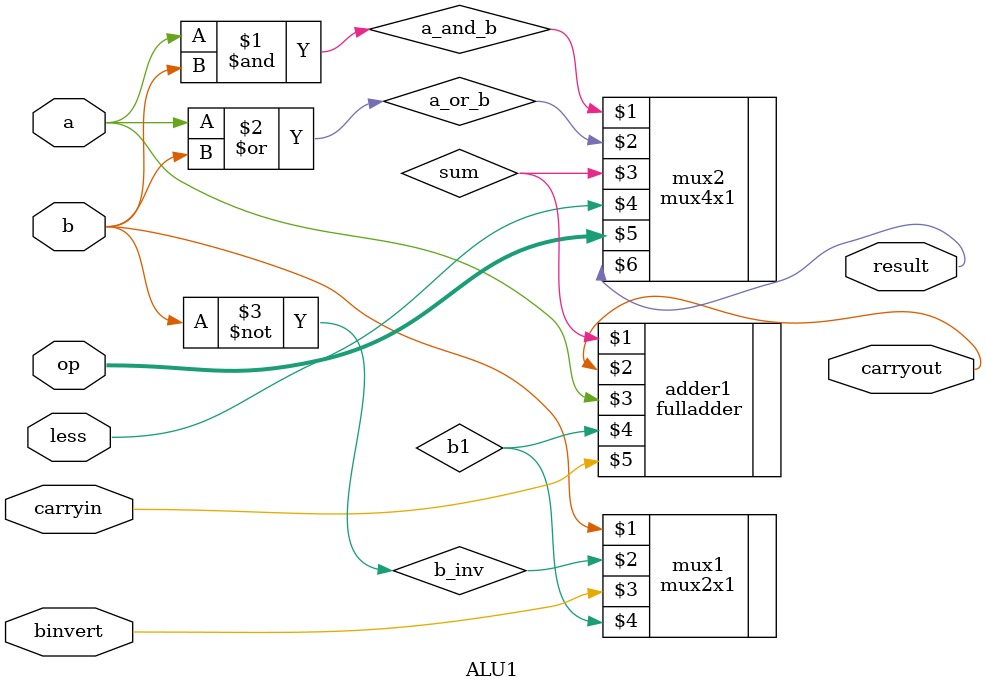
<source format=v>
module ALU1 (a,b,binvert,op,less,carryin,carryout,result);
   input a,b,less,carryin,binvert;
   input [1:0] op;
   output carryout,result;
   wire sum, a_and_b, a_or_b, b_inv;
	
   not not1(b_inv, b);
   mux2x1 mux1(b,b_inv,binvert,b1);
   and and1(a_and_b, a, b);
   or or1(a_or_b, a, b);
   fulladder adder1(sum,carryout,a,b1,carryin);
   mux4x1 mux2(a_and_b,a_or_b,sum,less,op[1:0],result); 
endmodule
</source>
